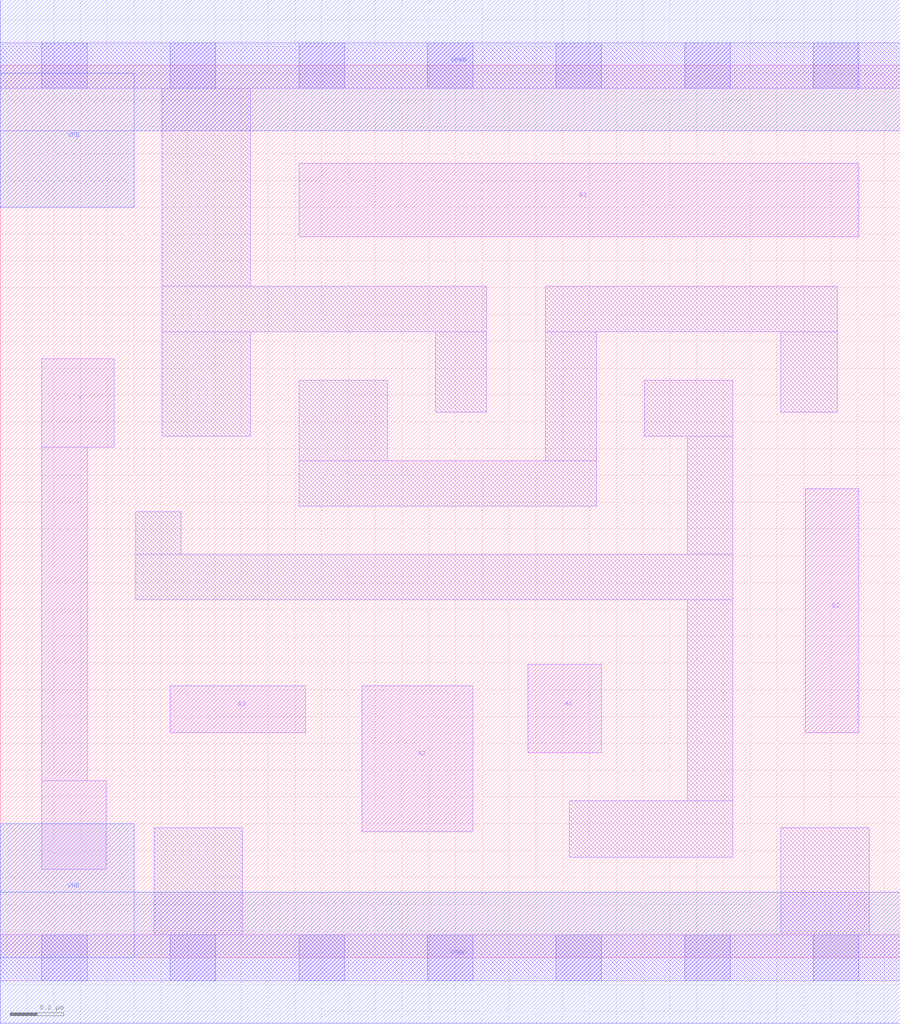
<source format=lef>
# Copyright 2020 The SkyWater PDK Authors
#
# Licensed under the Apache License, Version 2.0 (the "License");
# you may not use this file except in compliance with the License.
# You may obtain a copy of the License at
#
#     https://www.apache.org/licenses/LICENSE-2.0
#
# Unless required by applicable law or agreed to in writing, software
# distributed under the License is distributed on an "AS IS" BASIS,
# WITHOUT WARRANTIES OR CONDITIONS OF ANY KIND, either express or implied.
# See the License for the specific language governing permissions and
# limitations under the License.
#
# SPDX-License-Identifier: Apache-2.0

VERSION 5.5 ;
NAMESCASESENSITIVE ON ;
BUSBITCHARS "[]" ;
DIVIDERCHAR "/" ;
MACRO sky130_fd_sc_lp__a32o_m
  CLASS CORE ;
  SOURCE USER ;
  ORIGIN  0.000000  0.000000 ;
  SIZE  3.360000 BY  3.330000 ;
  SYMMETRY X Y R90 ;
  SITE unit ;
  PIN A1
    ANTENNAGATEAREA  0.126000 ;
    DIRECTION INPUT ;
    USE SIGNAL ;
    PORT
      LAYER li1 ;
        RECT 1.970000 0.765000 2.245000 1.095000 ;
    END
  END A1
  PIN A2
    ANTENNAGATEAREA  0.126000 ;
    DIRECTION INPUT ;
    USE SIGNAL ;
    PORT
      LAYER li1 ;
        RECT 1.350000 0.470000 1.765000 1.015000 ;
    END
  END A2
  PIN A3
    ANTENNAGATEAREA  0.126000 ;
    DIRECTION INPUT ;
    USE SIGNAL ;
    PORT
      LAYER li1 ;
        RECT 0.635000 0.840000 1.140000 1.015000 ;
    END
  END A3
  PIN B1
    ANTENNAGATEAREA  0.126000 ;
    DIRECTION INPUT ;
    USE SIGNAL ;
    PORT
      LAYER li1 ;
        RECT 1.115000 2.690000 3.205000 2.965000 ;
    END
  END B1
  PIN B2
    ANTENNAGATEAREA  0.126000 ;
    DIRECTION INPUT ;
    USE SIGNAL ;
    PORT
      LAYER li1 ;
        RECT 3.005000 0.840000 3.205000 1.750000 ;
    END
  END B2
  PIN X
    ANTENNADIFFAREA  0.231000 ;
    DIRECTION OUTPUT ;
    USE SIGNAL ;
    PORT
      LAYER li1 ;
        RECT 0.155000 0.330000 0.395000 0.660000 ;
        RECT 0.155000 0.660000 0.325000 1.905000 ;
        RECT 0.155000 1.905000 0.425000 2.235000 ;
    END
  END X
  PIN VGND
    DIRECTION INOUT ;
    USE GROUND ;
    PORT
      LAYER met1 ;
        RECT 0.000000 -0.245000 3.360000 0.245000 ;
    END
  END VGND
  PIN VNB
    DIRECTION INOUT ;
    USE GROUND ;
    PORT
    END
  END VNB
  PIN VPB
    DIRECTION INOUT ;
    USE POWER ;
    PORT
    END
  END VPB
  PIN VNB
    DIRECTION INOUT ;
    USE GROUND ;
    PORT
      LAYER met1 ;
        RECT 0.000000 0.000000 0.500000 0.500000 ;
    END
  END VNB
  PIN VPB
    DIRECTION INOUT ;
    USE POWER ;
    PORT
      LAYER met1 ;
        RECT 0.000000 2.800000 0.500000 3.300000 ;
    END
  END VPB
  PIN VPWR
    DIRECTION INOUT ;
    USE POWER ;
    PORT
      LAYER met1 ;
        RECT 0.000000 3.085000 3.360000 3.575000 ;
    END
  END VPWR
  OBS
    LAYER li1 ;
      RECT 0.000000 -0.085000 3.360000 0.085000 ;
      RECT 0.000000  3.245000 3.360000 3.415000 ;
      RECT 0.505000  1.335000 2.735000 1.505000 ;
      RECT 0.505000  1.505000 0.675000 1.665000 ;
      RECT 0.575000  0.085000 0.905000 0.485000 ;
      RECT 0.605000  1.945000 0.935000 2.335000 ;
      RECT 0.605000  2.335000 1.815000 2.505000 ;
      RECT 0.605000  2.505000 0.935000 3.245000 ;
      RECT 1.115000  1.685000 2.225000 1.855000 ;
      RECT 1.115000  1.855000 1.445000 2.155000 ;
      RECT 1.625000  2.035000 1.815000 2.335000 ;
      RECT 2.035000  1.855000 2.225000 2.335000 ;
      RECT 2.035000  2.335000 3.125000 2.505000 ;
      RECT 2.125000  0.375000 2.735000 0.585000 ;
      RECT 2.405000  1.945000 2.735000 2.155000 ;
      RECT 2.565000  0.585000 2.735000 1.335000 ;
      RECT 2.565000  1.505000 2.735000 1.945000 ;
      RECT 2.915000  0.085000 3.245000 0.485000 ;
      RECT 2.915000  2.035000 3.125000 2.335000 ;
    LAYER mcon ;
      RECT 0.155000 -0.085000 0.325000 0.085000 ;
      RECT 0.155000  3.245000 0.325000 3.415000 ;
      RECT 0.635000 -0.085000 0.805000 0.085000 ;
      RECT 0.635000  3.245000 0.805000 3.415000 ;
      RECT 1.115000 -0.085000 1.285000 0.085000 ;
      RECT 1.115000  3.245000 1.285000 3.415000 ;
      RECT 1.595000 -0.085000 1.765000 0.085000 ;
      RECT 1.595000  3.245000 1.765000 3.415000 ;
      RECT 2.075000 -0.085000 2.245000 0.085000 ;
      RECT 2.075000  3.245000 2.245000 3.415000 ;
      RECT 2.555000 -0.085000 2.725000 0.085000 ;
      RECT 2.555000  3.245000 2.725000 3.415000 ;
      RECT 3.035000 -0.085000 3.205000 0.085000 ;
      RECT 3.035000  3.245000 3.205000 3.415000 ;
  END
END sky130_fd_sc_lp__a32o_m
END LIBRARY

</source>
